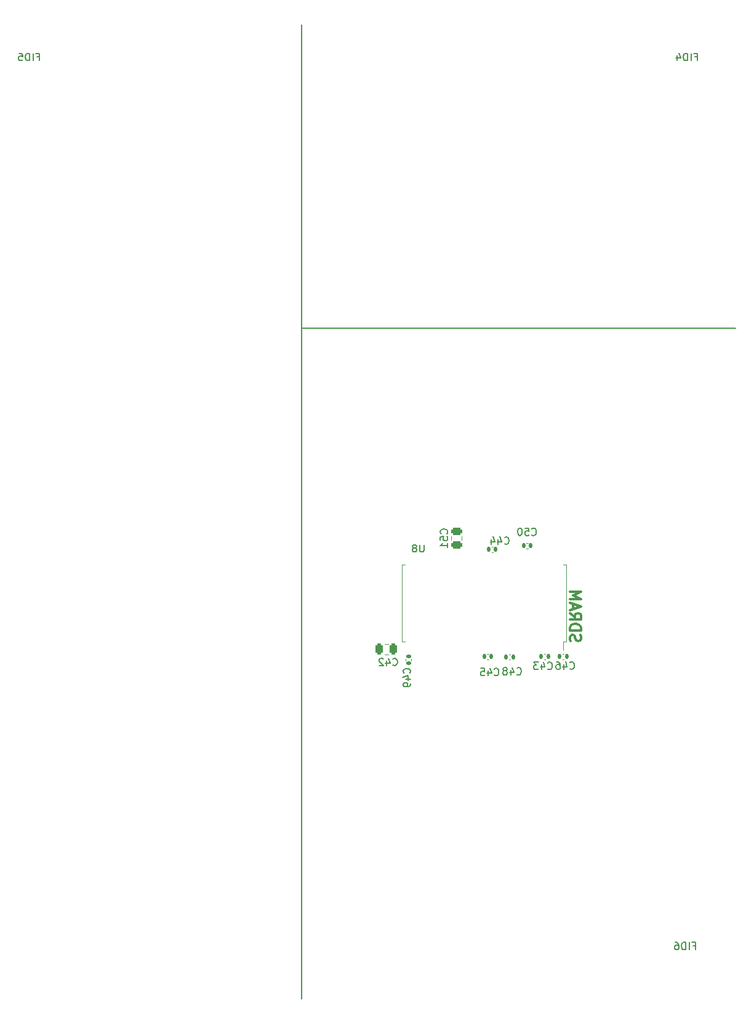
<source format=gbr>
G04 #@! TF.GenerationSoftware,KiCad,Pcbnew,7.0.9*
G04 #@! TF.CreationDate,2024-03-14T12:42:54+01:00*
G04 #@! TF.ProjectId,Apothecary - DSP Development Board,41706f74-6865-4636-9172-79202d204453,rev?*
G04 #@! TF.SameCoordinates,Original*
G04 #@! TF.FileFunction,Legend,Bot*
G04 #@! TF.FilePolarity,Positive*
%FSLAX46Y46*%
G04 Gerber Fmt 4.6, Leading zero omitted, Abs format (unit mm)*
G04 Created by KiCad (PCBNEW 7.0.9) date 2024-03-14 12:42:54*
%MOMM*%
%LPD*%
G01*
G04 APERTURE LIST*
G04 Aperture macros list*
%AMRoundRect*
0 Rectangle with rounded corners*
0 $1 Rounding radius*
0 $2 $3 $4 $5 $6 $7 $8 $9 X,Y pos of 4 corners*
0 Add a 4 corners polygon primitive as box body*
4,1,4,$2,$3,$4,$5,$6,$7,$8,$9,$2,$3,0*
0 Add four circle primitives for the rounded corners*
1,1,$1+$1,$2,$3*
1,1,$1+$1,$4,$5*
1,1,$1+$1,$6,$7*
1,1,$1+$1,$8,$9*
0 Add four rect primitives between the rounded corners*
20,1,$1+$1,$2,$3,$4,$5,0*
20,1,$1+$1,$4,$5,$6,$7,0*
20,1,$1+$1,$6,$7,$8,$9,0*
20,1,$1+$1,$8,$9,$2,$3,0*%
G04 Aperture macros list end*
%ADD10C,0.150000*%
%ADD11C,0.300000*%
%ADD12C,0.120000*%
%ADD13O,1.800000X2.800000*%
%ADD14C,1.250000*%
%ADD15O,3.402400X1.777400*%
%ADD16C,4.600000*%
%ADD17C,1.800000*%
%ADD18C,2.000000*%
%ADD19C,1.700000*%
%ADD20C,4.700000*%
%ADD21C,1.600000*%
%ADD22C,3.400000*%
%ADD23C,2.900000*%
%ADD24C,0.990600*%
%ADD25C,2.374900*%
%ADD26R,2.000000X4.000000*%
%ADD27O,2.000000X3.300000*%
%ADD28O,3.500000X2.000000*%
%ADD29R,2.600000X2.600000*%
%ADD30C,2.600000*%
%ADD31C,3.000000*%
%ADD32RoundRect,0.250000X-0.475000X0.250000X-0.475000X-0.250000X0.475000X-0.250000X0.475000X0.250000X0*%
%ADD33RoundRect,0.140000X-0.140000X-0.170000X0.140000X-0.170000X0.140000X0.170000X-0.140000X0.170000X0*%
%ADD34C,1.000000*%
%ADD35RoundRect,0.140000X0.140000X0.170000X-0.140000X0.170000X-0.140000X-0.170000X0.140000X-0.170000X0*%
%ADD36R,0.458000X1.510000*%
%ADD37RoundRect,0.250000X-0.250000X-0.475000X0.250000X-0.475000X0.250000X0.475000X-0.250000X0.475000X0*%
%ADD38RoundRect,0.140000X0.170000X-0.140000X0.170000X0.140000X-0.170000X0.140000X-0.170000X-0.140000X0*%
G04 APERTURE END LIST*
D10*
X148950000Y-64500000D02*
X208650000Y-64500000D01*
X149000000Y-22750000D02*
X149000000Y-156750000D01*
D11*
X185970600Y-107540224D02*
X185899171Y-107325939D01*
X185899171Y-107325939D02*
X185899171Y-106968796D01*
X185899171Y-106968796D02*
X185970600Y-106825939D01*
X185970600Y-106825939D02*
X186042028Y-106754510D01*
X186042028Y-106754510D02*
X186184885Y-106683081D01*
X186184885Y-106683081D02*
X186327742Y-106683081D01*
X186327742Y-106683081D02*
X186470600Y-106754510D01*
X186470600Y-106754510D02*
X186542028Y-106825939D01*
X186542028Y-106825939D02*
X186613457Y-106968796D01*
X186613457Y-106968796D02*
X186684885Y-107254510D01*
X186684885Y-107254510D02*
X186756314Y-107397367D01*
X186756314Y-107397367D02*
X186827742Y-107468796D01*
X186827742Y-107468796D02*
X186970600Y-107540224D01*
X186970600Y-107540224D02*
X187113457Y-107540224D01*
X187113457Y-107540224D02*
X187256314Y-107468796D01*
X187256314Y-107468796D02*
X187327742Y-107397367D01*
X187327742Y-107397367D02*
X187399171Y-107254510D01*
X187399171Y-107254510D02*
X187399171Y-106897367D01*
X187399171Y-106897367D02*
X187327742Y-106683081D01*
X185899171Y-106040225D02*
X187399171Y-106040225D01*
X187399171Y-106040225D02*
X187399171Y-105683082D01*
X187399171Y-105683082D02*
X187327742Y-105468796D01*
X187327742Y-105468796D02*
X187184885Y-105325939D01*
X187184885Y-105325939D02*
X187042028Y-105254510D01*
X187042028Y-105254510D02*
X186756314Y-105183082D01*
X186756314Y-105183082D02*
X186542028Y-105183082D01*
X186542028Y-105183082D02*
X186256314Y-105254510D01*
X186256314Y-105254510D02*
X186113457Y-105325939D01*
X186113457Y-105325939D02*
X185970600Y-105468796D01*
X185970600Y-105468796D02*
X185899171Y-105683082D01*
X185899171Y-105683082D02*
X185899171Y-106040225D01*
X185899171Y-103683082D02*
X186613457Y-104183082D01*
X185899171Y-104540225D02*
X187399171Y-104540225D01*
X187399171Y-104540225D02*
X187399171Y-103968796D01*
X187399171Y-103968796D02*
X187327742Y-103825939D01*
X187327742Y-103825939D02*
X187256314Y-103754510D01*
X187256314Y-103754510D02*
X187113457Y-103683082D01*
X187113457Y-103683082D02*
X186899171Y-103683082D01*
X186899171Y-103683082D02*
X186756314Y-103754510D01*
X186756314Y-103754510D02*
X186684885Y-103825939D01*
X186684885Y-103825939D02*
X186613457Y-103968796D01*
X186613457Y-103968796D02*
X186613457Y-104540225D01*
X186327742Y-103111653D02*
X186327742Y-102397368D01*
X185899171Y-103254510D02*
X187399171Y-102754510D01*
X187399171Y-102754510D02*
X185899171Y-102254510D01*
X185899171Y-101754511D02*
X187399171Y-101754511D01*
X187399171Y-101754511D02*
X186327742Y-101254511D01*
X186327742Y-101254511D02*
X187399171Y-100754511D01*
X187399171Y-100754511D02*
X185899171Y-100754511D01*
D10*
X168979580Y-92757141D02*
X169027200Y-92709522D01*
X169027200Y-92709522D02*
X169074819Y-92566665D01*
X169074819Y-92566665D02*
X169074819Y-92471427D01*
X169074819Y-92471427D02*
X169027200Y-92328570D01*
X169027200Y-92328570D02*
X168931961Y-92233332D01*
X168931961Y-92233332D02*
X168836723Y-92185713D01*
X168836723Y-92185713D02*
X168646247Y-92138094D01*
X168646247Y-92138094D02*
X168503390Y-92138094D01*
X168503390Y-92138094D02*
X168312914Y-92185713D01*
X168312914Y-92185713D02*
X168217676Y-92233332D01*
X168217676Y-92233332D02*
X168122438Y-92328570D01*
X168122438Y-92328570D02*
X168074819Y-92471427D01*
X168074819Y-92471427D02*
X168074819Y-92566665D01*
X168074819Y-92566665D02*
X168122438Y-92709522D01*
X168122438Y-92709522D02*
X168170057Y-92757141D01*
X168074819Y-93661903D02*
X168074819Y-93185713D01*
X168074819Y-93185713D02*
X168551009Y-93138094D01*
X168551009Y-93138094D02*
X168503390Y-93185713D01*
X168503390Y-93185713D02*
X168455771Y-93280951D01*
X168455771Y-93280951D02*
X168455771Y-93519046D01*
X168455771Y-93519046D02*
X168503390Y-93614284D01*
X168503390Y-93614284D02*
X168551009Y-93661903D01*
X168551009Y-93661903D02*
X168646247Y-93709522D01*
X168646247Y-93709522D02*
X168884342Y-93709522D01*
X168884342Y-93709522D02*
X168979580Y-93661903D01*
X168979580Y-93661903D02*
X169027200Y-93614284D01*
X169027200Y-93614284D02*
X169074819Y-93519046D01*
X169074819Y-93519046D02*
X169074819Y-93280951D01*
X169074819Y-93280951D02*
X169027200Y-93185713D01*
X169027200Y-93185713D02*
X168979580Y-93138094D01*
X169074819Y-94661903D02*
X169074819Y-94090475D01*
X169074819Y-94376189D02*
X168074819Y-94376189D01*
X168074819Y-94376189D02*
X168217676Y-94280951D01*
X168217676Y-94280951D02*
X168312914Y-94185713D01*
X168312914Y-94185713D02*
X168360533Y-94090475D01*
X180642857Y-92909580D02*
X180690476Y-92957200D01*
X180690476Y-92957200D02*
X180833333Y-93004819D01*
X180833333Y-93004819D02*
X180928571Y-93004819D01*
X180928571Y-93004819D02*
X181071428Y-92957200D01*
X181071428Y-92957200D02*
X181166666Y-92861961D01*
X181166666Y-92861961D02*
X181214285Y-92766723D01*
X181214285Y-92766723D02*
X181261904Y-92576247D01*
X181261904Y-92576247D02*
X181261904Y-92433390D01*
X181261904Y-92433390D02*
X181214285Y-92242914D01*
X181214285Y-92242914D02*
X181166666Y-92147676D01*
X181166666Y-92147676D02*
X181071428Y-92052438D01*
X181071428Y-92052438D02*
X180928571Y-92004819D01*
X180928571Y-92004819D02*
X180833333Y-92004819D01*
X180833333Y-92004819D02*
X180690476Y-92052438D01*
X180690476Y-92052438D02*
X180642857Y-92100057D01*
X179738095Y-92004819D02*
X180214285Y-92004819D01*
X180214285Y-92004819D02*
X180261904Y-92481009D01*
X180261904Y-92481009D02*
X180214285Y-92433390D01*
X180214285Y-92433390D02*
X180119047Y-92385771D01*
X180119047Y-92385771D02*
X179880952Y-92385771D01*
X179880952Y-92385771D02*
X179785714Y-92433390D01*
X179785714Y-92433390D02*
X179738095Y-92481009D01*
X179738095Y-92481009D02*
X179690476Y-92576247D01*
X179690476Y-92576247D02*
X179690476Y-92814342D01*
X179690476Y-92814342D02*
X179738095Y-92909580D01*
X179738095Y-92909580D02*
X179785714Y-92957200D01*
X179785714Y-92957200D02*
X179880952Y-93004819D01*
X179880952Y-93004819D02*
X180119047Y-93004819D01*
X180119047Y-93004819D02*
X180214285Y-92957200D01*
X180214285Y-92957200D02*
X180261904Y-92909580D01*
X179071428Y-92004819D02*
X178976190Y-92004819D01*
X178976190Y-92004819D02*
X178880952Y-92052438D01*
X178880952Y-92052438D02*
X178833333Y-92100057D01*
X178833333Y-92100057D02*
X178785714Y-92195295D01*
X178785714Y-92195295D02*
X178738095Y-92385771D01*
X178738095Y-92385771D02*
X178738095Y-92623866D01*
X178738095Y-92623866D02*
X178785714Y-92814342D01*
X178785714Y-92814342D02*
X178833333Y-92909580D01*
X178833333Y-92909580D02*
X178880952Y-92957200D01*
X178880952Y-92957200D02*
X178976190Y-93004819D01*
X178976190Y-93004819D02*
X179071428Y-93004819D01*
X179071428Y-93004819D02*
X179166666Y-92957200D01*
X179166666Y-92957200D02*
X179214285Y-92909580D01*
X179214285Y-92909580D02*
X179261904Y-92814342D01*
X179261904Y-92814342D02*
X179309523Y-92623866D01*
X179309523Y-92623866D02*
X179309523Y-92385771D01*
X179309523Y-92385771D02*
X179261904Y-92195295D01*
X179261904Y-92195295D02*
X179214285Y-92100057D01*
X179214285Y-92100057D02*
X179166666Y-92052438D01*
X179166666Y-92052438D02*
X179071428Y-92004819D01*
X202821428Y-149431009D02*
X203154761Y-149431009D01*
X203154761Y-149954819D02*
X203154761Y-148954819D01*
X203154761Y-148954819D02*
X202678571Y-148954819D01*
X202297618Y-149954819D02*
X202297618Y-148954819D01*
X201821428Y-149954819D02*
X201821428Y-148954819D01*
X201821428Y-148954819D02*
X201583333Y-148954819D01*
X201583333Y-148954819D02*
X201440476Y-149002438D01*
X201440476Y-149002438D02*
X201345238Y-149097676D01*
X201345238Y-149097676D02*
X201297619Y-149192914D01*
X201297619Y-149192914D02*
X201250000Y-149383390D01*
X201250000Y-149383390D02*
X201250000Y-149526247D01*
X201250000Y-149526247D02*
X201297619Y-149716723D01*
X201297619Y-149716723D02*
X201345238Y-149811961D01*
X201345238Y-149811961D02*
X201440476Y-149907200D01*
X201440476Y-149907200D02*
X201583333Y-149954819D01*
X201583333Y-149954819D02*
X201821428Y-149954819D01*
X200392857Y-148954819D02*
X200583333Y-148954819D01*
X200583333Y-148954819D02*
X200678571Y-149002438D01*
X200678571Y-149002438D02*
X200726190Y-149050057D01*
X200726190Y-149050057D02*
X200821428Y-149192914D01*
X200821428Y-149192914D02*
X200869047Y-149383390D01*
X200869047Y-149383390D02*
X200869047Y-149764342D01*
X200869047Y-149764342D02*
X200821428Y-149859580D01*
X200821428Y-149859580D02*
X200773809Y-149907200D01*
X200773809Y-149907200D02*
X200678571Y-149954819D01*
X200678571Y-149954819D02*
X200488095Y-149954819D01*
X200488095Y-149954819D02*
X200392857Y-149907200D01*
X200392857Y-149907200D02*
X200345238Y-149859580D01*
X200345238Y-149859580D02*
X200297619Y-149764342D01*
X200297619Y-149764342D02*
X200297619Y-149526247D01*
X200297619Y-149526247D02*
X200345238Y-149431009D01*
X200345238Y-149431009D02*
X200392857Y-149383390D01*
X200392857Y-149383390D02*
X200488095Y-149335771D01*
X200488095Y-149335771D02*
X200678571Y-149335771D01*
X200678571Y-149335771D02*
X200773809Y-149383390D01*
X200773809Y-149383390D02*
X200821428Y-149431009D01*
X200821428Y-149431009D02*
X200869047Y-149526247D01*
X176892857Y-94109580D02*
X176940476Y-94157200D01*
X176940476Y-94157200D02*
X177083333Y-94204819D01*
X177083333Y-94204819D02*
X177178571Y-94204819D01*
X177178571Y-94204819D02*
X177321428Y-94157200D01*
X177321428Y-94157200D02*
X177416666Y-94061961D01*
X177416666Y-94061961D02*
X177464285Y-93966723D01*
X177464285Y-93966723D02*
X177511904Y-93776247D01*
X177511904Y-93776247D02*
X177511904Y-93633390D01*
X177511904Y-93633390D02*
X177464285Y-93442914D01*
X177464285Y-93442914D02*
X177416666Y-93347676D01*
X177416666Y-93347676D02*
X177321428Y-93252438D01*
X177321428Y-93252438D02*
X177178571Y-93204819D01*
X177178571Y-93204819D02*
X177083333Y-93204819D01*
X177083333Y-93204819D02*
X176940476Y-93252438D01*
X176940476Y-93252438D02*
X176892857Y-93300057D01*
X176035714Y-93538152D02*
X176035714Y-94204819D01*
X176273809Y-93157200D02*
X176511904Y-93871485D01*
X176511904Y-93871485D02*
X175892857Y-93871485D01*
X175083333Y-93538152D02*
X175083333Y-94204819D01*
X175321428Y-93157200D02*
X175559523Y-93871485D01*
X175559523Y-93871485D02*
X174940476Y-93871485D01*
X185892856Y-111284578D02*
X185940475Y-111332198D01*
X185940475Y-111332198D02*
X186083332Y-111379817D01*
X186083332Y-111379817D02*
X186178570Y-111379817D01*
X186178570Y-111379817D02*
X186321427Y-111332198D01*
X186321427Y-111332198D02*
X186416665Y-111236959D01*
X186416665Y-111236959D02*
X186464284Y-111141721D01*
X186464284Y-111141721D02*
X186511903Y-110951245D01*
X186511903Y-110951245D02*
X186511903Y-110808388D01*
X186511903Y-110808388D02*
X186464284Y-110617912D01*
X186464284Y-110617912D02*
X186416665Y-110522674D01*
X186416665Y-110522674D02*
X186321427Y-110427436D01*
X186321427Y-110427436D02*
X186178570Y-110379817D01*
X186178570Y-110379817D02*
X186083332Y-110379817D01*
X186083332Y-110379817D02*
X185940475Y-110427436D01*
X185940475Y-110427436D02*
X185892856Y-110475055D01*
X185035713Y-110713150D02*
X185035713Y-111379817D01*
X185273808Y-110332198D02*
X185511903Y-111046483D01*
X185511903Y-111046483D02*
X184892856Y-111046483D01*
X184083332Y-110379817D02*
X184273808Y-110379817D01*
X184273808Y-110379817D02*
X184369046Y-110427436D01*
X184369046Y-110427436D02*
X184416665Y-110475055D01*
X184416665Y-110475055D02*
X184511903Y-110617912D01*
X184511903Y-110617912D02*
X184559522Y-110808388D01*
X184559522Y-110808388D02*
X184559522Y-111189340D01*
X184559522Y-111189340D02*
X184511903Y-111284578D01*
X184511903Y-111284578D02*
X184464284Y-111332198D01*
X184464284Y-111332198D02*
X184369046Y-111379817D01*
X184369046Y-111379817D02*
X184178570Y-111379817D01*
X184178570Y-111379817D02*
X184083332Y-111332198D01*
X184083332Y-111332198D02*
X184035713Y-111284578D01*
X184035713Y-111284578D02*
X183988094Y-111189340D01*
X183988094Y-111189340D02*
X183988094Y-110951245D01*
X183988094Y-110951245D02*
X184035713Y-110856007D01*
X184035713Y-110856007D02*
X184083332Y-110808388D01*
X184083332Y-110808388D02*
X184178570Y-110760769D01*
X184178570Y-110760769D02*
X184369046Y-110760769D01*
X184369046Y-110760769D02*
X184464284Y-110808388D01*
X184464284Y-110808388D02*
X184511903Y-110856007D01*
X184511903Y-110856007D02*
X184559522Y-110951245D01*
X182842855Y-111334579D02*
X182890474Y-111382199D01*
X182890474Y-111382199D02*
X183033331Y-111429818D01*
X183033331Y-111429818D02*
X183128569Y-111429818D01*
X183128569Y-111429818D02*
X183271426Y-111382199D01*
X183271426Y-111382199D02*
X183366664Y-111286960D01*
X183366664Y-111286960D02*
X183414283Y-111191722D01*
X183414283Y-111191722D02*
X183461902Y-111001246D01*
X183461902Y-111001246D02*
X183461902Y-110858389D01*
X183461902Y-110858389D02*
X183414283Y-110667913D01*
X183414283Y-110667913D02*
X183366664Y-110572675D01*
X183366664Y-110572675D02*
X183271426Y-110477437D01*
X183271426Y-110477437D02*
X183128569Y-110429818D01*
X183128569Y-110429818D02*
X183033331Y-110429818D01*
X183033331Y-110429818D02*
X182890474Y-110477437D01*
X182890474Y-110477437D02*
X182842855Y-110525056D01*
X181985712Y-110763151D02*
X181985712Y-111429818D01*
X182223807Y-110382199D02*
X182461902Y-111096484D01*
X182461902Y-111096484D02*
X181842855Y-111096484D01*
X181557140Y-110429818D02*
X180938093Y-110429818D01*
X180938093Y-110429818D02*
X181271426Y-110810770D01*
X181271426Y-110810770D02*
X181128569Y-110810770D01*
X181128569Y-110810770D02*
X181033331Y-110858389D01*
X181033331Y-110858389D02*
X180985712Y-110906008D01*
X180985712Y-110906008D02*
X180938093Y-111001246D01*
X180938093Y-111001246D02*
X180938093Y-111239341D01*
X180938093Y-111239341D02*
X180985712Y-111334579D01*
X180985712Y-111334579D02*
X181033331Y-111382199D01*
X181033331Y-111382199D02*
X181128569Y-111429818D01*
X181128569Y-111429818D02*
X181414283Y-111429818D01*
X181414283Y-111429818D02*
X181509521Y-111382199D01*
X181509521Y-111382199D02*
X181557140Y-111334579D01*
X203071428Y-27181009D02*
X203404761Y-27181009D01*
X203404761Y-27704819D02*
X203404761Y-26704819D01*
X203404761Y-26704819D02*
X202928571Y-26704819D01*
X202547618Y-27704819D02*
X202547618Y-26704819D01*
X202071428Y-27704819D02*
X202071428Y-26704819D01*
X202071428Y-26704819D02*
X201833333Y-26704819D01*
X201833333Y-26704819D02*
X201690476Y-26752438D01*
X201690476Y-26752438D02*
X201595238Y-26847676D01*
X201595238Y-26847676D02*
X201547619Y-26942914D01*
X201547619Y-26942914D02*
X201500000Y-27133390D01*
X201500000Y-27133390D02*
X201500000Y-27276247D01*
X201500000Y-27276247D02*
X201547619Y-27466723D01*
X201547619Y-27466723D02*
X201595238Y-27561961D01*
X201595238Y-27561961D02*
X201690476Y-27657200D01*
X201690476Y-27657200D02*
X201833333Y-27704819D01*
X201833333Y-27704819D02*
X202071428Y-27704819D01*
X200642857Y-27038152D02*
X200642857Y-27704819D01*
X200880952Y-26657200D02*
X201119047Y-27371485D01*
X201119047Y-27371485D02*
X200500000Y-27371485D01*
X165811903Y-94279818D02*
X165811903Y-95089341D01*
X165811903Y-95089341D02*
X165764284Y-95184579D01*
X165764284Y-95184579D02*
X165716665Y-95232199D01*
X165716665Y-95232199D02*
X165621427Y-95279818D01*
X165621427Y-95279818D02*
X165430951Y-95279818D01*
X165430951Y-95279818D02*
X165335713Y-95232199D01*
X165335713Y-95232199D02*
X165288094Y-95184579D01*
X165288094Y-95184579D02*
X165240475Y-95089341D01*
X165240475Y-95089341D02*
X165240475Y-94279818D01*
X164621427Y-94708389D02*
X164716665Y-94660770D01*
X164716665Y-94660770D02*
X164764284Y-94613151D01*
X164764284Y-94613151D02*
X164811903Y-94517913D01*
X164811903Y-94517913D02*
X164811903Y-94470294D01*
X164811903Y-94470294D02*
X164764284Y-94375056D01*
X164764284Y-94375056D02*
X164716665Y-94327437D01*
X164716665Y-94327437D02*
X164621427Y-94279818D01*
X164621427Y-94279818D02*
X164430951Y-94279818D01*
X164430951Y-94279818D02*
X164335713Y-94327437D01*
X164335713Y-94327437D02*
X164288094Y-94375056D01*
X164288094Y-94375056D02*
X164240475Y-94470294D01*
X164240475Y-94470294D02*
X164240475Y-94517913D01*
X164240475Y-94517913D02*
X164288094Y-94613151D01*
X164288094Y-94613151D02*
X164335713Y-94660770D01*
X164335713Y-94660770D02*
X164430951Y-94708389D01*
X164430951Y-94708389D02*
X164621427Y-94708389D01*
X164621427Y-94708389D02*
X164716665Y-94756008D01*
X164716665Y-94756008D02*
X164764284Y-94803627D01*
X164764284Y-94803627D02*
X164811903Y-94898865D01*
X164811903Y-94898865D02*
X164811903Y-95089341D01*
X164811903Y-95089341D02*
X164764284Y-95184579D01*
X164764284Y-95184579D02*
X164716665Y-95232199D01*
X164716665Y-95232199D02*
X164621427Y-95279818D01*
X164621427Y-95279818D02*
X164430951Y-95279818D01*
X164430951Y-95279818D02*
X164335713Y-95232199D01*
X164335713Y-95232199D02*
X164288094Y-95184579D01*
X164288094Y-95184579D02*
X164240475Y-95089341D01*
X164240475Y-95089341D02*
X164240475Y-94898865D01*
X164240475Y-94898865D02*
X164288094Y-94803627D01*
X164288094Y-94803627D02*
X164335713Y-94756008D01*
X164335713Y-94756008D02*
X164430951Y-94708389D01*
X161542857Y-110809580D02*
X161590476Y-110857200D01*
X161590476Y-110857200D02*
X161733333Y-110904819D01*
X161733333Y-110904819D02*
X161828571Y-110904819D01*
X161828571Y-110904819D02*
X161971428Y-110857200D01*
X161971428Y-110857200D02*
X162066666Y-110761961D01*
X162066666Y-110761961D02*
X162114285Y-110666723D01*
X162114285Y-110666723D02*
X162161904Y-110476247D01*
X162161904Y-110476247D02*
X162161904Y-110333390D01*
X162161904Y-110333390D02*
X162114285Y-110142914D01*
X162114285Y-110142914D02*
X162066666Y-110047676D01*
X162066666Y-110047676D02*
X161971428Y-109952438D01*
X161971428Y-109952438D02*
X161828571Y-109904819D01*
X161828571Y-109904819D02*
X161733333Y-109904819D01*
X161733333Y-109904819D02*
X161590476Y-109952438D01*
X161590476Y-109952438D02*
X161542857Y-110000057D01*
X160685714Y-110238152D02*
X160685714Y-110904819D01*
X160923809Y-109857200D02*
X161161904Y-110571485D01*
X161161904Y-110571485D02*
X160542857Y-110571485D01*
X160209523Y-110000057D02*
X160161904Y-109952438D01*
X160161904Y-109952438D02*
X160066666Y-109904819D01*
X160066666Y-109904819D02*
X159828571Y-109904819D01*
X159828571Y-109904819D02*
X159733333Y-109952438D01*
X159733333Y-109952438D02*
X159685714Y-110000057D01*
X159685714Y-110000057D02*
X159638095Y-110095295D01*
X159638095Y-110095295D02*
X159638095Y-110190533D01*
X159638095Y-110190533D02*
X159685714Y-110333390D01*
X159685714Y-110333390D02*
X160257142Y-110904819D01*
X160257142Y-110904819D02*
X159638095Y-110904819D01*
X175492856Y-112184579D02*
X175540475Y-112232199D01*
X175540475Y-112232199D02*
X175683332Y-112279818D01*
X175683332Y-112279818D02*
X175778570Y-112279818D01*
X175778570Y-112279818D02*
X175921427Y-112232199D01*
X175921427Y-112232199D02*
X176016665Y-112136960D01*
X176016665Y-112136960D02*
X176064284Y-112041722D01*
X176064284Y-112041722D02*
X176111903Y-111851246D01*
X176111903Y-111851246D02*
X176111903Y-111708389D01*
X176111903Y-111708389D02*
X176064284Y-111517913D01*
X176064284Y-111517913D02*
X176016665Y-111422675D01*
X176016665Y-111422675D02*
X175921427Y-111327437D01*
X175921427Y-111327437D02*
X175778570Y-111279818D01*
X175778570Y-111279818D02*
X175683332Y-111279818D01*
X175683332Y-111279818D02*
X175540475Y-111327437D01*
X175540475Y-111327437D02*
X175492856Y-111375056D01*
X174635713Y-111613151D02*
X174635713Y-112279818D01*
X174873808Y-111232199D02*
X175111903Y-111946484D01*
X175111903Y-111946484D02*
X174492856Y-111946484D01*
X173635713Y-111279818D02*
X174111903Y-111279818D01*
X174111903Y-111279818D02*
X174159522Y-111756008D01*
X174159522Y-111756008D02*
X174111903Y-111708389D01*
X174111903Y-111708389D02*
X174016665Y-111660770D01*
X174016665Y-111660770D02*
X173778570Y-111660770D01*
X173778570Y-111660770D02*
X173683332Y-111708389D01*
X173683332Y-111708389D02*
X173635713Y-111756008D01*
X173635713Y-111756008D02*
X173588094Y-111851246D01*
X173588094Y-111851246D02*
X173588094Y-112089341D01*
X173588094Y-112089341D02*
X173635713Y-112184579D01*
X173635713Y-112184579D02*
X173683332Y-112232199D01*
X173683332Y-112232199D02*
X173778570Y-112279818D01*
X173778570Y-112279818D02*
X174016665Y-112279818D01*
X174016665Y-112279818D02*
X174111903Y-112232199D01*
X174111903Y-112232199D02*
X174159522Y-112184579D01*
X163859580Y-111907142D02*
X163907200Y-111859523D01*
X163907200Y-111859523D02*
X163954819Y-111716666D01*
X163954819Y-111716666D02*
X163954819Y-111621428D01*
X163954819Y-111621428D02*
X163907200Y-111478571D01*
X163907200Y-111478571D02*
X163811961Y-111383333D01*
X163811961Y-111383333D02*
X163716723Y-111335714D01*
X163716723Y-111335714D02*
X163526247Y-111288095D01*
X163526247Y-111288095D02*
X163383390Y-111288095D01*
X163383390Y-111288095D02*
X163192914Y-111335714D01*
X163192914Y-111335714D02*
X163097676Y-111383333D01*
X163097676Y-111383333D02*
X163002438Y-111478571D01*
X163002438Y-111478571D02*
X162954819Y-111621428D01*
X162954819Y-111621428D02*
X162954819Y-111716666D01*
X162954819Y-111716666D02*
X163002438Y-111859523D01*
X163002438Y-111859523D02*
X163050057Y-111907142D01*
X163288152Y-112764285D02*
X163954819Y-112764285D01*
X162907200Y-112526190D02*
X163621485Y-112288095D01*
X163621485Y-112288095D02*
X163621485Y-112907142D01*
X163954819Y-113335714D02*
X163954819Y-113526190D01*
X163954819Y-113526190D02*
X163907200Y-113621428D01*
X163907200Y-113621428D02*
X163859580Y-113669047D01*
X163859580Y-113669047D02*
X163716723Y-113764285D01*
X163716723Y-113764285D02*
X163526247Y-113811904D01*
X163526247Y-113811904D02*
X163145295Y-113811904D01*
X163145295Y-113811904D02*
X163050057Y-113764285D01*
X163050057Y-113764285D02*
X163002438Y-113716666D01*
X163002438Y-113716666D02*
X162954819Y-113621428D01*
X162954819Y-113621428D02*
X162954819Y-113430952D01*
X162954819Y-113430952D02*
X163002438Y-113335714D01*
X163002438Y-113335714D02*
X163050057Y-113288095D01*
X163050057Y-113288095D02*
X163145295Y-113240476D01*
X163145295Y-113240476D02*
X163383390Y-113240476D01*
X163383390Y-113240476D02*
X163478628Y-113288095D01*
X163478628Y-113288095D02*
X163526247Y-113335714D01*
X163526247Y-113335714D02*
X163573866Y-113430952D01*
X163573866Y-113430952D02*
X163573866Y-113621428D01*
X163573866Y-113621428D02*
X163526247Y-113716666D01*
X163526247Y-113716666D02*
X163478628Y-113764285D01*
X163478628Y-113764285D02*
X163383390Y-113811904D01*
X178592856Y-112084579D02*
X178640475Y-112132199D01*
X178640475Y-112132199D02*
X178783332Y-112179818D01*
X178783332Y-112179818D02*
X178878570Y-112179818D01*
X178878570Y-112179818D02*
X179021427Y-112132199D01*
X179021427Y-112132199D02*
X179116665Y-112036960D01*
X179116665Y-112036960D02*
X179164284Y-111941722D01*
X179164284Y-111941722D02*
X179211903Y-111751246D01*
X179211903Y-111751246D02*
X179211903Y-111608389D01*
X179211903Y-111608389D02*
X179164284Y-111417913D01*
X179164284Y-111417913D02*
X179116665Y-111322675D01*
X179116665Y-111322675D02*
X179021427Y-111227437D01*
X179021427Y-111227437D02*
X178878570Y-111179818D01*
X178878570Y-111179818D02*
X178783332Y-111179818D01*
X178783332Y-111179818D02*
X178640475Y-111227437D01*
X178640475Y-111227437D02*
X178592856Y-111275056D01*
X177735713Y-111513151D02*
X177735713Y-112179818D01*
X177973808Y-111132199D02*
X178211903Y-111846484D01*
X178211903Y-111846484D02*
X177592856Y-111846484D01*
X177069046Y-111608389D02*
X177164284Y-111560770D01*
X177164284Y-111560770D02*
X177211903Y-111513151D01*
X177211903Y-111513151D02*
X177259522Y-111417913D01*
X177259522Y-111417913D02*
X177259522Y-111370294D01*
X177259522Y-111370294D02*
X177211903Y-111275056D01*
X177211903Y-111275056D02*
X177164284Y-111227437D01*
X177164284Y-111227437D02*
X177069046Y-111179818D01*
X177069046Y-111179818D02*
X176878570Y-111179818D01*
X176878570Y-111179818D02*
X176783332Y-111227437D01*
X176783332Y-111227437D02*
X176735713Y-111275056D01*
X176735713Y-111275056D02*
X176688094Y-111370294D01*
X176688094Y-111370294D02*
X176688094Y-111417913D01*
X176688094Y-111417913D02*
X176735713Y-111513151D01*
X176735713Y-111513151D02*
X176783332Y-111560770D01*
X176783332Y-111560770D02*
X176878570Y-111608389D01*
X176878570Y-111608389D02*
X177069046Y-111608389D01*
X177069046Y-111608389D02*
X177164284Y-111656008D01*
X177164284Y-111656008D02*
X177211903Y-111703627D01*
X177211903Y-111703627D02*
X177259522Y-111798865D01*
X177259522Y-111798865D02*
X177259522Y-111989341D01*
X177259522Y-111989341D02*
X177211903Y-112084579D01*
X177211903Y-112084579D02*
X177164284Y-112132199D01*
X177164284Y-112132199D02*
X177069046Y-112179818D01*
X177069046Y-112179818D02*
X176878570Y-112179818D01*
X176878570Y-112179818D02*
X176783332Y-112132199D01*
X176783332Y-112132199D02*
X176735713Y-112084579D01*
X176735713Y-112084579D02*
X176688094Y-111989341D01*
X176688094Y-111989341D02*
X176688094Y-111798865D01*
X176688094Y-111798865D02*
X176735713Y-111703627D01*
X176735713Y-111703627D02*
X176783332Y-111656008D01*
X176783332Y-111656008D02*
X176878570Y-111608389D01*
X112571428Y-27181009D02*
X112904761Y-27181009D01*
X112904761Y-27704819D02*
X112904761Y-26704819D01*
X112904761Y-26704819D02*
X112428571Y-26704819D01*
X112047618Y-27704819D02*
X112047618Y-26704819D01*
X111571428Y-27704819D02*
X111571428Y-26704819D01*
X111571428Y-26704819D02*
X111333333Y-26704819D01*
X111333333Y-26704819D02*
X111190476Y-26752438D01*
X111190476Y-26752438D02*
X111095238Y-26847676D01*
X111095238Y-26847676D02*
X111047619Y-26942914D01*
X111047619Y-26942914D02*
X111000000Y-27133390D01*
X111000000Y-27133390D02*
X111000000Y-27276247D01*
X111000000Y-27276247D02*
X111047619Y-27466723D01*
X111047619Y-27466723D02*
X111095238Y-27561961D01*
X111095238Y-27561961D02*
X111190476Y-27657200D01*
X111190476Y-27657200D02*
X111333333Y-27704819D01*
X111333333Y-27704819D02*
X111571428Y-27704819D01*
X110095238Y-26704819D02*
X110571428Y-26704819D01*
X110571428Y-26704819D02*
X110619047Y-27181009D01*
X110619047Y-27181009D02*
X110571428Y-27133390D01*
X110571428Y-27133390D02*
X110476190Y-27085771D01*
X110476190Y-27085771D02*
X110238095Y-27085771D01*
X110238095Y-27085771D02*
X110142857Y-27133390D01*
X110142857Y-27133390D02*
X110095238Y-27181009D01*
X110095238Y-27181009D02*
X110047619Y-27276247D01*
X110047619Y-27276247D02*
X110047619Y-27514342D01*
X110047619Y-27514342D02*
X110095238Y-27609580D01*
X110095238Y-27609580D02*
X110142857Y-27657200D01*
X110142857Y-27657200D02*
X110238095Y-27704819D01*
X110238095Y-27704819D02*
X110476190Y-27704819D01*
X110476190Y-27704819D02*
X110571428Y-27657200D01*
X110571428Y-27657200D02*
X110619047Y-27609580D01*
D12*
X171035000Y-93138747D02*
X171035000Y-93661251D01*
X169565000Y-93138747D02*
X169565000Y-93661251D01*
X179912164Y-94064999D02*
X180127836Y-94064999D01*
X179912164Y-94784999D02*
X180127836Y-94784999D01*
X175327836Y-95285000D02*
X175112164Y-95285000D01*
X175327836Y-94565000D02*
X175112164Y-94565000D01*
X185087835Y-110034998D02*
X184872163Y-110034998D01*
X185087835Y-109314998D02*
X184872163Y-109314998D01*
X182317162Y-109314999D02*
X182532834Y-109314999D01*
X182317162Y-110034999D02*
X182532834Y-110034999D01*
X163199999Y-97024999D02*
X162799999Y-97024999D01*
X185399999Y-107624999D02*
X185399999Y-97024999D01*
X184999999Y-107624999D02*
X185399999Y-107624999D01*
X162799999Y-107624999D02*
X162799999Y-97024999D01*
X163199999Y-107624999D02*
X162799999Y-107624999D01*
X185399999Y-97024999D02*
X184999999Y-97024999D01*
X184999999Y-108824999D02*
X184999999Y-107624999D01*
X160388748Y-107915000D02*
X160911252Y-107915000D01*
X160388748Y-109385000D02*
X160911252Y-109385000D01*
X174687835Y-110034999D02*
X174472163Y-110034999D01*
X174687835Y-109314999D02*
X174472163Y-109314999D01*
X163340001Y-110212836D02*
X163340001Y-109997164D01*
X164060001Y-110212836D02*
X164060001Y-109997164D01*
X177512163Y-109364999D02*
X177727835Y-109364999D01*
X177512163Y-110084999D02*
X177727835Y-110084999D01*
%LPC*%
D13*
X115134422Y-140384422D03*
X107234422Y-142384422D03*
X109634422Y-140384422D03*
D14*
X191600000Y-81250000D03*
X191600000Y-76750000D03*
D15*
X191600000Y-84850000D03*
X191600000Y-73150000D03*
D16*
X111700000Y-101925000D03*
X111700000Y-91925000D03*
D17*
X108400000Y-94425000D03*
X108400000Y-96925000D03*
X108400000Y-99425000D03*
D18*
X200200000Y-97450000D03*
X206200000Y-109450000D03*
X200200000Y-109450000D03*
X206200000Y-97450000D03*
D19*
X201950000Y-107450000D03*
X201950000Y-103450000D03*
X201950000Y-99450000D03*
D20*
X205750000Y-153750000D03*
D21*
X204920000Y-126940000D03*
X199840000Y-134560000D03*
D22*
X191580000Y-126940000D03*
D23*
X195395000Y-130750000D03*
X191580000Y-130750000D03*
X195395000Y-137730000D03*
D22*
X191580000Y-134560000D03*
D23*
X201750000Y-122500000D03*
D16*
X111700000Y-65650000D03*
X111700000Y-55650000D03*
D17*
X108400000Y-58150000D03*
X108400000Y-60650000D03*
X108400000Y-63150000D03*
X117400000Y-128450001D03*
X117400000Y-130950001D03*
X117400000Y-133450001D03*
X114900000Y-128450001D03*
X114900000Y-130950001D03*
X114900000Y-133450001D03*
D20*
X107750000Y-25750000D03*
X205750000Y-25750000D03*
D16*
X111700000Y-85250000D03*
X111700000Y-75250000D03*
D17*
X108400000Y-77750000D03*
X108400000Y-80250000D03*
X108400000Y-82750000D03*
D16*
X111700000Y-118450000D03*
X111700000Y-108450000D03*
D17*
X108400000Y-110950000D03*
X108400000Y-113450000D03*
X108400000Y-115950000D03*
D24*
X163728500Y-73037500D03*
D25*
X160172500Y-74942500D03*
X165252500Y-74942500D03*
D24*
X161696500Y-73037500D03*
X162712500Y-78117500D03*
D25*
X160172500Y-78117500D03*
X165252500Y-78117500D03*
D21*
X206900000Y-47500000D03*
D26*
X197900000Y-47500000D03*
D27*
X203900000Y-47500000D03*
D28*
X204900000Y-52000000D03*
X204900000Y-43000000D03*
D29*
X183750000Y-47455000D03*
D30*
X188750000Y-47455000D03*
D31*
X109200000Y-49980000D03*
X109200000Y-33750000D03*
X121900000Y-49980000D03*
X121900000Y-33750000D03*
D20*
X107750000Y-153750000D03*
D32*
X170300000Y-92449999D03*
X170300000Y-94349999D03*
D33*
X179540000Y-94424999D03*
X180500000Y-94424999D03*
D34*
X201750000Y-151000000D03*
D35*
X175700000Y-94925000D03*
X174740000Y-94925000D03*
X185459999Y-109674998D03*
X184499999Y-109674998D03*
D33*
X181944998Y-109674999D03*
X182904998Y-109674999D03*
D34*
X202000000Y-28750000D03*
D36*
X184499999Y-108074999D03*
X183699999Y-108074999D03*
X182899999Y-108074999D03*
X182099999Y-108074999D03*
X181299999Y-108074999D03*
X180499999Y-108074999D03*
X179699999Y-108074999D03*
X178899999Y-108074999D03*
X178099999Y-108074999D03*
X177299999Y-108074999D03*
X176499999Y-108074999D03*
X175699999Y-108074999D03*
X174899999Y-108074999D03*
X174099999Y-108074999D03*
X173299999Y-108074999D03*
X172499999Y-108074999D03*
X171699999Y-108074999D03*
X170899999Y-108074999D03*
X170099999Y-108074999D03*
X169299999Y-108074999D03*
X168499999Y-108074999D03*
X167699999Y-108074999D03*
X166899999Y-108074999D03*
X166099999Y-108074999D03*
X165299999Y-108074999D03*
X164499999Y-108074999D03*
X163699999Y-108074999D03*
X163699999Y-96574999D03*
X164499999Y-96574999D03*
X165299999Y-96574999D03*
X166099999Y-96574999D03*
X166899999Y-96574999D03*
X167699999Y-96574999D03*
X168499999Y-96574999D03*
X169299999Y-96574999D03*
X170099999Y-96574999D03*
X170899999Y-96574999D03*
X171699999Y-96574999D03*
X172499999Y-96574999D03*
X173299999Y-96574999D03*
X174099999Y-96574999D03*
X174899999Y-96574999D03*
X175699999Y-96574999D03*
X176499999Y-96574999D03*
X177299999Y-96574999D03*
X178099999Y-96574999D03*
X178899999Y-96574999D03*
X179699999Y-96574999D03*
X180499999Y-96574999D03*
X181299999Y-96574999D03*
X182099999Y-96574999D03*
X182899999Y-96574999D03*
X183699999Y-96574999D03*
X184499999Y-96574999D03*
D37*
X159700000Y-108650000D03*
X161600000Y-108650000D03*
D35*
X175059999Y-109674999D03*
X174099999Y-109674999D03*
D38*
X163700001Y-110585000D03*
X163700001Y-109625000D03*
D33*
X177139999Y-109724999D03*
X178099999Y-109724999D03*
D34*
X111500000Y-28750000D03*
%LPD*%
M02*

</source>
